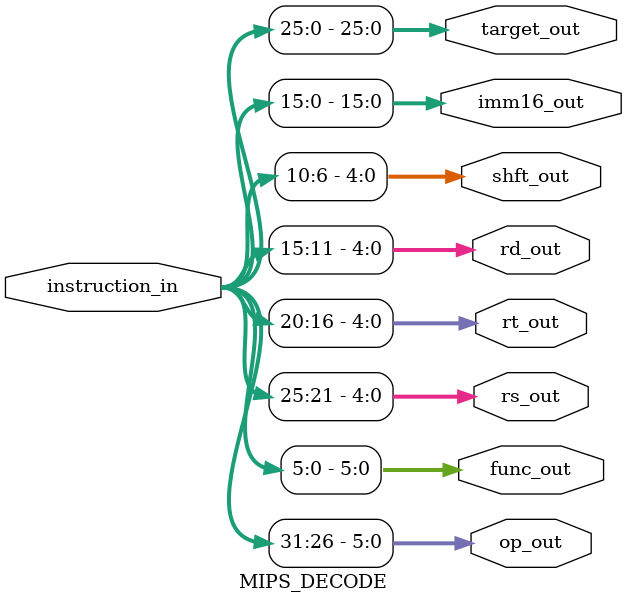
<source format=v>


module MIPS_DECODE
  (
   instruction_in, 
   op_out, 
   func_out, 
   rs_out, 
   rt_out, 
   rd_out, 
   shft_out, 
   imm16_out, 
   target_out
   );
   
   parameter decode_delay = 1;	
   
   input [31:0]  instruction_in;	

   output [5:0]  op_out, func_out;				
   reg [5:0] 	 op_out, func_out;
   
   output [4:0]  rs_out, rt_out, rd_out, shft_out;
   reg [4:0] 	 rs_out, rt_out, rd_out, shft_out;
   
   output [15:0] imm16_out;
   reg [15:0] 	 imm16_out;
   
   output [25:0] target_out;
   reg [25:0] 	 target_out;		
   
   always@*
     begin
	#decode_delay;	
	op_out     = instruction_in[31:26];
	func_out   = instruction_in[5:0];
	rs_out     = instruction_in[25:21];
	rt_out     = instruction_in[20:16];
	rd_out     = instruction_in[15:11];
	shft_out   = instruction_in[10:6];
	imm16_out  = instruction_in[15:0];
	target_out = instruction_in[25:0];
     end

endmodule // MIPS_DECODE





















</source>
